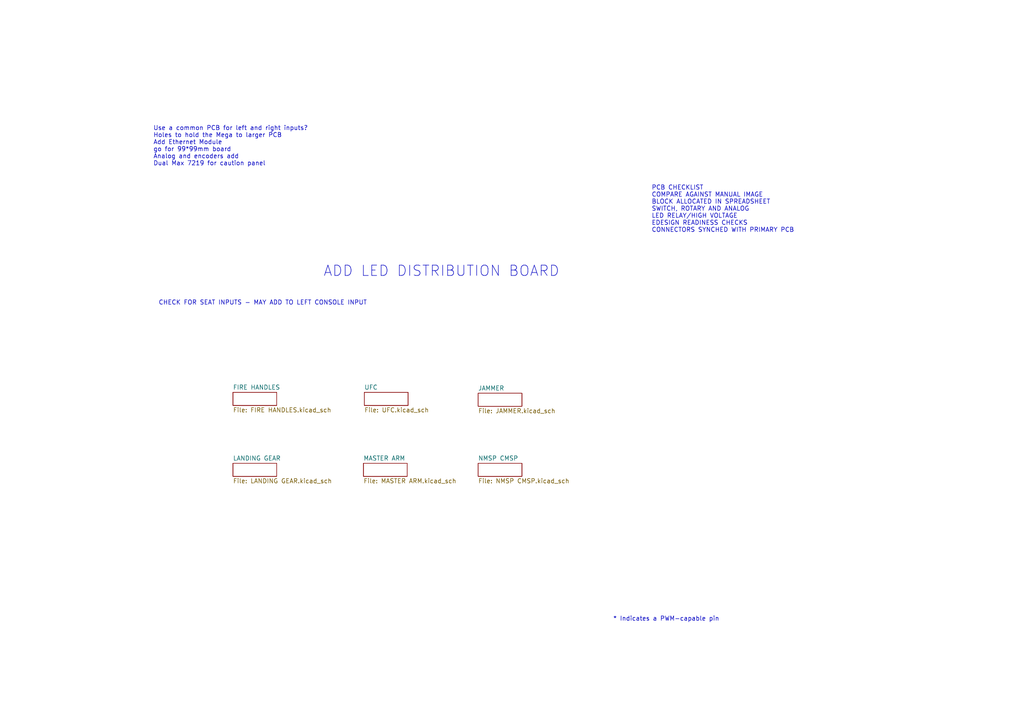
<source format=kicad_sch>
(kicad_sch (version 20230121) (generator eeschema)
  (paper "A4")
  (title_block (date "mar. 31 mars 2015"))
  (lib_symbols)
  (text "ADD LED DISTRIBUTION BOARD" (at 93.726 80.518 0) (effects (font (size 3 3)) (justify left bottom)))
  (text "Use a common PCB for left and right inputs?\nHoles to hold the Mega to larger PCB\nAdd Ethernet Module\ngo for 99*99mm board\nAnalog and encoders add\nDual Max 7219 for caution panel" (at 44.45 48.26 0) (effects (font (size 1.27 1.27)) (justify left bottom)))
  (text "* Indicates a PWM-capable pin" (at 177.8 180.34 0) (effects (font (size 1.27 1.27)) (justify left bottom)))
  (text "CHECK FOR SEAT INPUTS - MAY ADD TO LEFT CONSOLE INPUT" (at 45.974 88.646 0) (effects (font (size 1.27 1.27)) (justify left bottom)))
  (text "PCB CHECKLIST\nCOMPARE AGAINST MANUAL IMAGE\nBLOCK ALLOCATED IN SPREADSHEET\nSWITCH, ROTARY AND ANALOG\nLED RELAY/HIGH VOLTAGE\nEDESIGN READINESS CHECKS\nCONNECTORS SYNCHED WITH PRIMARY PCB\n" (at 188.976 67.564 0) (effects (font (size 1.27 1.27)) (justify left bottom)))
  (sheet (at 105.41 134.366) (size 12.7 3.81) (stroke (width 0.1524))
    (property "Sheetname" "MASTER ARM" (at 105.41 133.6544 0) (effects (justify left bottom)))
    (property "Sheetfile" "MASTER ARM.kicad_sch" (at 105.41 138.7606 0) (effects (justify left top)))
  )
  (sheet (at 138.684 114.046) (size 12.7 3.81) (stroke (width 0.1524))
    (property "Sheetname" "JAMMER" (at 138.684 113.3344 0) (effects (justify left bottom)))
    (property "Sheetfile" "JAMMER.kicad_sch" (at 138.684 118.4406 0) (effects (justify left top)))
  )
  (sheet (at 67.564 134.366) (size 12.7 3.81) (stroke (width 0.1524))
    (property "Sheetname" "LANDING GEAR" (at 67.564 133.6544 0) (effects (justify left bottom)))
    (property "Sheetfile" "LANDING GEAR.kicad_sch" (at 67.564 138.7606 0) (effects (justify left top)))
  )
  (sheet (at 67.564 113.792) (size 12.7 3.81) (stroke (width 0.1524))
    (property "Sheetname" "FIRE HANDLES" (at 67.564 113.0804 0) (effects (justify left bottom)))
    (property "Sheetfile" "FIRE HANDLES.kicad_sch" (at 67.564 118.1866 0) (effects (justify left top)))
  )
  (sheet (at 105.664 113.792) (size 12.7 3.81) (stroke (width 0.1524))
    (property "Sheetname" "UFC" (at 105.664 113.0804 0) (effects (justify left bottom)))
    (property "Sheetfile" "UFC.kicad_sch" (at 105.664 118.1866 0) (effects (justify left top)))
  )
  (sheet (at 138.684 134.366) (size 12.7 3.81) (stroke (width 0.1524))
    (property "Sheetname" "NMSP CMSP" (at 138.684 133.6544 0) (effects (justify left bottom)))
    (property "Sheetfile" "NMSP CMSP.kicad_sch" (at 138.684 138.7606 0) (effects (justify left top)))
  )
)
</source>
